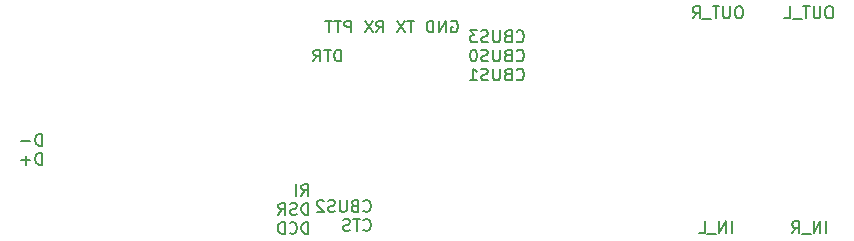
<source format=gbr>
%TF.GenerationSoftware,KiCad,Pcbnew,6.0.11-2627ca5db0~126~ubuntu20.04.1*%
%TF.CreationDate,2023-10-30T14:57:03+01:00*%
%TF.ProjectId,usb-interface,7573622d-696e-4746-9572-666163652e6b,rev?*%
%TF.SameCoordinates,Original*%
%TF.FileFunction,Paste,Bot*%
%TF.FilePolarity,Positive*%
%FSLAX46Y46*%
G04 Gerber Fmt 4.6, Leading zero omitted, Abs format (unit mm)*
G04 Created by KiCad (PCBNEW 6.0.11-2627ca5db0~126~ubuntu20.04.1) date 2023-10-30 14:57:03*
%MOMM*%
%LPD*%
G01*
G04 APERTURE LIST*
%ADD10C,0.150000*%
G04 APERTURE END LIST*
D10*
X55342976Y-89902142D02*
X55390595Y-89949761D01*
X55533452Y-89997380D01*
X55628690Y-89997380D01*
X55771547Y-89949761D01*
X55866785Y-89854523D01*
X55914404Y-89759285D01*
X55962023Y-89568809D01*
X55962023Y-89425952D01*
X55914404Y-89235476D01*
X55866785Y-89140238D01*
X55771547Y-89045000D01*
X55628690Y-88997380D01*
X55533452Y-88997380D01*
X55390595Y-89045000D01*
X55342976Y-89092619D01*
X54581071Y-89473571D02*
X54438214Y-89521190D01*
X54390595Y-89568809D01*
X54342976Y-89664047D01*
X54342976Y-89806904D01*
X54390595Y-89902142D01*
X54438214Y-89949761D01*
X54533452Y-89997380D01*
X54914404Y-89997380D01*
X54914404Y-88997380D01*
X54581071Y-88997380D01*
X54485833Y-89045000D01*
X54438214Y-89092619D01*
X54390595Y-89187857D01*
X54390595Y-89283095D01*
X54438214Y-89378333D01*
X54485833Y-89425952D01*
X54581071Y-89473571D01*
X54914404Y-89473571D01*
X53914404Y-88997380D02*
X53914404Y-89806904D01*
X53866785Y-89902142D01*
X53819166Y-89949761D01*
X53723928Y-89997380D01*
X53533452Y-89997380D01*
X53438214Y-89949761D01*
X53390595Y-89902142D01*
X53342976Y-89806904D01*
X53342976Y-88997380D01*
X52914404Y-89949761D02*
X52771547Y-89997380D01*
X52533452Y-89997380D01*
X52438214Y-89949761D01*
X52390595Y-89902142D01*
X52342976Y-89806904D01*
X52342976Y-89711666D01*
X52390595Y-89616428D01*
X52438214Y-89568809D01*
X52533452Y-89521190D01*
X52723928Y-89473571D01*
X52819166Y-89425952D01*
X52866785Y-89378333D01*
X52914404Y-89283095D01*
X52914404Y-89187857D01*
X52866785Y-89092619D01*
X52819166Y-89045000D01*
X52723928Y-88997380D01*
X52485833Y-88997380D01*
X52342976Y-89045000D01*
X51962023Y-89092619D02*
X51914404Y-89045000D01*
X51819166Y-88997380D01*
X51581071Y-88997380D01*
X51485833Y-89045000D01*
X51438214Y-89092619D01*
X51390595Y-89187857D01*
X51390595Y-89283095D01*
X51438214Y-89425952D01*
X52009642Y-89997380D01*
X51390595Y-89997380D01*
X55342976Y-91512142D02*
X55390595Y-91559761D01*
X55533452Y-91607380D01*
X55628690Y-91607380D01*
X55771547Y-91559761D01*
X55866785Y-91464523D01*
X55914404Y-91369285D01*
X55962023Y-91178809D01*
X55962023Y-91035952D01*
X55914404Y-90845476D01*
X55866785Y-90750238D01*
X55771547Y-90655000D01*
X55628690Y-90607380D01*
X55533452Y-90607380D01*
X55390595Y-90655000D01*
X55342976Y-90702619D01*
X55057261Y-90607380D02*
X54485833Y-90607380D01*
X54771547Y-91607380D02*
X54771547Y-90607380D01*
X54200119Y-91559761D02*
X54057261Y-91607380D01*
X53819166Y-91607380D01*
X53723928Y-91559761D01*
X53676309Y-91512142D01*
X53628690Y-91416904D01*
X53628690Y-91321666D01*
X53676309Y-91226428D01*
X53723928Y-91178809D01*
X53819166Y-91131190D01*
X54009642Y-91083571D01*
X54104880Y-91035952D01*
X54152500Y-90988333D01*
X54200119Y-90893095D01*
X54200119Y-90797857D01*
X54152500Y-90702619D01*
X54104880Y-90655000D01*
X54009642Y-90607380D01*
X53771547Y-90607380D01*
X53628690Y-90655000D01*
X50092976Y-88642380D02*
X50426309Y-88166190D01*
X50664404Y-88642380D02*
X50664404Y-87642380D01*
X50283452Y-87642380D01*
X50188214Y-87690000D01*
X50140595Y-87737619D01*
X50092976Y-87832857D01*
X50092976Y-87975714D01*
X50140595Y-88070952D01*
X50188214Y-88118571D01*
X50283452Y-88166190D01*
X50664404Y-88166190D01*
X49664404Y-88642380D02*
X49664404Y-87642380D01*
X50664404Y-90252380D02*
X50664404Y-89252380D01*
X50426309Y-89252380D01*
X50283452Y-89300000D01*
X50188214Y-89395238D01*
X50140595Y-89490476D01*
X50092976Y-89680952D01*
X50092976Y-89823809D01*
X50140595Y-90014285D01*
X50188214Y-90109523D01*
X50283452Y-90204761D01*
X50426309Y-90252380D01*
X50664404Y-90252380D01*
X49712023Y-90204761D02*
X49569166Y-90252380D01*
X49331071Y-90252380D01*
X49235833Y-90204761D01*
X49188214Y-90157142D01*
X49140595Y-90061904D01*
X49140595Y-89966666D01*
X49188214Y-89871428D01*
X49235833Y-89823809D01*
X49331071Y-89776190D01*
X49521547Y-89728571D01*
X49616785Y-89680952D01*
X49664404Y-89633333D01*
X49712023Y-89538095D01*
X49712023Y-89442857D01*
X49664404Y-89347619D01*
X49616785Y-89300000D01*
X49521547Y-89252380D01*
X49283452Y-89252380D01*
X49140595Y-89300000D01*
X48140595Y-90252380D02*
X48473928Y-89776190D01*
X48712023Y-90252380D02*
X48712023Y-89252380D01*
X48331071Y-89252380D01*
X48235833Y-89300000D01*
X48188214Y-89347619D01*
X48140595Y-89442857D01*
X48140595Y-89585714D01*
X48188214Y-89680952D01*
X48235833Y-89728571D01*
X48331071Y-89776190D01*
X48712023Y-89776190D01*
X50664404Y-91862380D02*
X50664404Y-90862380D01*
X50426309Y-90862380D01*
X50283452Y-90910000D01*
X50188214Y-91005238D01*
X50140595Y-91100476D01*
X50092976Y-91290952D01*
X50092976Y-91433809D01*
X50140595Y-91624285D01*
X50188214Y-91719523D01*
X50283452Y-91814761D01*
X50426309Y-91862380D01*
X50664404Y-91862380D01*
X49092976Y-91767142D02*
X49140595Y-91814761D01*
X49283452Y-91862380D01*
X49378690Y-91862380D01*
X49521547Y-91814761D01*
X49616785Y-91719523D01*
X49664404Y-91624285D01*
X49712023Y-91433809D01*
X49712023Y-91290952D01*
X49664404Y-91100476D01*
X49616785Y-91005238D01*
X49521547Y-90910000D01*
X49378690Y-90862380D01*
X49283452Y-90862380D01*
X49140595Y-90910000D01*
X49092976Y-90957619D01*
X48664404Y-91862380D02*
X48664404Y-90862380D01*
X48426309Y-90862380D01*
X48283452Y-90910000D01*
X48188214Y-91005238D01*
X48140595Y-91100476D01*
X48092976Y-91290952D01*
X48092976Y-91433809D01*
X48140595Y-91624285D01*
X48188214Y-91719523D01*
X48283452Y-91814761D01*
X48426309Y-91862380D01*
X48664404Y-91862380D01*
X94504761Y-91808093D02*
X94504761Y-90808093D01*
X94028571Y-91808093D02*
X94028571Y-90808093D01*
X93457142Y-91808093D01*
X93457142Y-90808093D01*
X93219047Y-91903332D02*
X92457142Y-91903332D01*
X91647619Y-91808093D02*
X91980952Y-91331903D01*
X92219047Y-91808093D02*
X92219047Y-90808093D01*
X91838095Y-90808093D01*
X91742857Y-90855713D01*
X91695238Y-90903332D01*
X91647619Y-90998570D01*
X91647619Y-91141427D01*
X91695238Y-91236665D01*
X91742857Y-91284284D01*
X91838095Y-91331903D01*
X92219047Y-91331903D01*
X87230952Y-72608093D02*
X87040476Y-72608093D01*
X86945238Y-72655713D01*
X86850000Y-72750951D01*
X86802380Y-72941427D01*
X86802380Y-73274760D01*
X86850000Y-73465236D01*
X86945238Y-73560474D01*
X87040476Y-73608093D01*
X87230952Y-73608093D01*
X87326190Y-73560474D01*
X87421428Y-73465236D01*
X87469047Y-73274760D01*
X87469047Y-72941427D01*
X87421428Y-72750951D01*
X87326190Y-72655713D01*
X87230952Y-72608093D01*
X86373809Y-72608093D02*
X86373809Y-73417617D01*
X86326190Y-73512855D01*
X86278571Y-73560474D01*
X86183333Y-73608093D01*
X85992857Y-73608093D01*
X85897619Y-73560474D01*
X85850000Y-73512855D01*
X85802380Y-73417617D01*
X85802380Y-72608093D01*
X85469047Y-72608093D02*
X84897619Y-72608093D01*
X85183333Y-73608093D02*
X85183333Y-72608093D01*
X84802380Y-73703332D02*
X84040476Y-73703332D01*
X83230952Y-73608093D02*
X83564285Y-73131903D01*
X83802380Y-73608093D02*
X83802380Y-72608093D01*
X83421428Y-72608093D01*
X83326190Y-72655713D01*
X83278571Y-72703332D01*
X83230952Y-72798570D01*
X83230952Y-72941427D01*
X83278571Y-73036665D01*
X83326190Y-73084284D01*
X83421428Y-73131903D01*
X83802380Y-73131903D01*
X62780952Y-73850000D02*
X62876190Y-73802380D01*
X63019047Y-73802380D01*
X63161904Y-73850000D01*
X63257142Y-73945238D01*
X63304761Y-74040476D01*
X63352380Y-74230952D01*
X63352380Y-74373809D01*
X63304761Y-74564285D01*
X63257142Y-74659523D01*
X63161904Y-74754761D01*
X63019047Y-74802380D01*
X62923809Y-74802380D01*
X62780952Y-74754761D01*
X62733333Y-74707142D01*
X62733333Y-74373809D01*
X62923809Y-74373809D01*
X62304761Y-74802380D02*
X62304761Y-73802380D01*
X61733333Y-74802380D01*
X61733333Y-73802380D01*
X61257142Y-74802380D02*
X61257142Y-73802380D01*
X61019047Y-73802380D01*
X60876190Y-73850000D01*
X60780952Y-73945238D01*
X60733333Y-74040476D01*
X60685714Y-74230952D01*
X60685714Y-74373809D01*
X60733333Y-74564285D01*
X60780952Y-74659523D01*
X60876190Y-74754761D01*
X61019047Y-74802380D01*
X61257142Y-74802380D01*
X59638095Y-73802380D02*
X59066666Y-73802380D01*
X59352380Y-74802380D02*
X59352380Y-73802380D01*
X58828571Y-73802380D02*
X58161904Y-74802380D01*
X58161904Y-73802380D02*
X58828571Y-74802380D01*
X56447619Y-74802380D02*
X56780952Y-74326190D01*
X57019047Y-74802380D02*
X57019047Y-73802380D01*
X56638095Y-73802380D01*
X56542857Y-73850000D01*
X56495238Y-73897619D01*
X56447619Y-73992857D01*
X56447619Y-74135714D01*
X56495238Y-74230952D01*
X56542857Y-74278571D01*
X56638095Y-74326190D01*
X57019047Y-74326190D01*
X56114285Y-73802380D02*
X55447619Y-74802380D01*
X55447619Y-73802380D02*
X56114285Y-74802380D01*
X54304761Y-74802380D02*
X54304761Y-73802380D01*
X53923809Y-73802380D01*
X53828571Y-73850000D01*
X53780952Y-73897619D01*
X53733333Y-73992857D01*
X53733333Y-74135714D01*
X53780952Y-74230952D01*
X53828571Y-74278571D01*
X53923809Y-74326190D01*
X54304761Y-74326190D01*
X53447619Y-73802380D02*
X52876190Y-73802380D01*
X53161904Y-74802380D02*
X53161904Y-73802380D01*
X52685714Y-73802380D02*
X52114285Y-73802380D01*
X52400000Y-74802380D02*
X52400000Y-73802380D01*
X94885714Y-72608093D02*
X94695238Y-72608093D01*
X94600000Y-72655713D01*
X94504761Y-72750951D01*
X94457142Y-72941427D01*
X94457142Y-73274760D01*
X94504761Y-73465236D01*
X94600000Y-73560474D01*
X94695238Y-73608093D01*
X94885714Y-73608093D01*
X94980952Y-73560474D01*
X95076190Y-73465236D01*
X95123809Y-73274760D01*
X95123809Y-72941427D01*
X95076190Y-72750951D01*
X94980952Y-72655713D01*
X94885714Y-72608093D01*
X94028571Y-72608093D02*
X94028571Y-73417617D01*
X93980952Y-73512855D01*
X93933333Y-73560474D01*
X93838095Y-73608093D01*
X93647619Y-73608093D01*
X93552380Y-73560474D01*
X93504761Y-73512855D01*
X93457142Y-73417617D01*
X93457142Y-72608093D01*
X93123809Y-72608093D02*
X92552380Y-72608093D01*
X92838095Y-73608093D02*
X92838095Y-72608093D01*
X92457142Y-73703332D02*
X91695238Y-73703332D01*
X90980952Y-73608093D02*
X91457142Y-73608093D01*
X91457142Y-72608093D01*
X68316666Y-75547142D02*
X68364285Y-75594761D01*
X68507142Y-75642380D01*
X68602380Y-75642380D01*
X68745238Y-75594761D01*
X68840476Y-75499523D01*
X68888095Y-75404285D01*
X68935714Y-75213809D01*
X68935714Y-75070952D01*
X68888095Y-74880476D01*
X68840476Y-74785238D01*
X68745238Y-74690000D01*
X68602380Y-74642380D01*
X68507142Y-74642380D01*
X68364285Y-74690000D01*
X68316666Y-74737619D01*
X67554761Y-75118571D02*
X67411904Y-75166190D01*
X67364285Y-75213809D01*
X67316666Y-75309047D01*
X67316666Y-75451904D01*
X67364285Y-75547142D01*
X67411904Y-75594761D01*
X67507142Y-75642380D01*
X67888095Y-75642380D01*
X67888095Y-74642380D01*
X67554761Y-74642380D01*
X67459523Y-74690000D01*
X67411904Y-74737619D01*
X67364285Y-74832857D01*
X67364285Y-74928095D01*
X67411904Y-75023333D01*
X67459523Y-75070952D01*
X67554761Y-75118571D01*
X67888095Y-75118571D01*
X66888095Y-74642380D02*
X66888095Y-75451904D01*
X66840476Y-75547142D01*
X66792857Y-75594761D01*
X66697619Y-75642380D01*
X66507142Y-75642380D01*
X66411904Y-75594761D01*
X66364285Y-75547142D01*
X66316666Y-75451904D01*
X66316666Y-74642380D01*
X65888095Y-75594761D02*
X65745238Y-75642380D01*
X65507142Y-75642380D01*
X65411904Y-75594761D01*
X65364285Y-75547142D01*
X65316666Y-75451904D01*
X65316666Y-75356666D01*
X65364285Y-75261428D01*
X65411904Y-75213809D01*
X65507142Y-75166190D01*
X65697619Y-75118571D01*
X65792857Y-75070952D01*
X65840476Y-75023333D01*
X65888095Y-74928095D01*
X65888095Y-74832857D01*
X65840476Y-74737619D01*
X65792857Y-74690000D01*
X65697619Y-74642380D01*
X65459523Y-74642380D01*
X65316666Y-74690000D01*
X64983333Y-74642380D02*
X64364285Y-74642380D01*
X64697619Y-75023333D01*
X64554761Y-75023333D01*
X64459523Y-75070952D01*
X64411904Y-75118571D01*
X64364285Y-75213809D01*
X64364285Y-75451904D01*
X64411904Y-75547142D01*
X64459523Y-75594761D01*
X64554761Y-75642380D01*
X64840476Y-75642380D01*
X64935714Y-75594761D01*
X64983333Y-75547142D01*
X68316666Y-77157142D02*
X68364285Y-77204761D01*
X68507142Y-77252380D01*
X68602380Y-77252380D01*
X68745238Y-77204761D01*
X68840476Y-77109523D01*
X68888095Y-77014285D01*
X68935714Y-76823809D01*
X68935714Y-76680952D01*
X68888095Y-76490476D01*
X68840476Y-76395238D01*
X68745238Y-76300000D01*
X68602380Y-76252380D01*
X68507142Y-76252380D01*
X68364285Y-76300000D01*
X68316666Y-76347619D01*
X67554761Y-76728571D02*
X67411904Y-76776190D01*
X67364285Y-76823809D01*
X67316666Y-76919047D01*
X67316666Y-77061904D01*
X67364285Y-77157142D01*
X67411904Y-77204761D01*
X67507142Y-77252380D01*
X67888095Y-77252380D01*
X67888095Y-76252380D01*
X67554761Y-76252380D01*
X67459523Y-76300000D01*
X67411904Y-76347619D01*
X67364285Y-76442857D01*
X67364285Y-76538095D01*
X67411904Y-76633333D01*
X67459523Y-76680952D01*
X67554761Y-76728571D01*
X67888095Y-76728571D01*
X66888095Y-76252380D02*
X66888095Y-77061904D01*
X66840476Y-77157142D01*
X66792857Y-77204761D01*
X66697619Y-77252380D01*
X66507142Y-77252380D01*
X66411904Y-77204761D01*
X66364285Y-77157142D01*
X66316666Y-77061904D01*
X66316666Y-76252380D01*
X65888095Y-77204761D02*
X65745238Y-77252380D01*
X65507142Y-77252380D01*
X65411904Y-77204761D01*
X65364285Y-77157142D01*
X65316666Y-77061904D01*
X65316666Y-76966666D01*
X65364285Y-76871428D01*
X65411904Y-76823809D01*
X65507142Y-76776190D01*
X65697619Y-76728571D01*
X65792857Y-76680952D01*
X65840476Y-76633333D01*
X65888095Y-76538095D01*
X65888095Y-76442857D01*
X65840476Y-76347619D01*
X65792857Y-76300000D01*
X65697619Y-76252380D01*
X65459523Y-76252380D01*
X65316666Y-76300000D01*
X64697619Y-76252380D02*
X64602380Y-76252380D01*
X64507142Y-76300000D01*
X64459523Y-76347619D01*
X64411904Y-76442857D01*
X64364285Y-76633333D01*
X64364285Y-76871428D01*
X64411904Y-77061904D01*
X64459523Y-77157142D01*
X64507142Y-77204761D01*
X64602380Y-77252380D01*
X64697619Y-77252380D01*
X64792857Y-77204761D01*
X64840476Y-77157142D01*
X64888095Y-77061904D01*
X64935714Y-76871428D01*
X64935714Y-76633333D01*
X64888095Y-76442857D01*
X64840476Y-76347619D01*
X64792857Y-76300000D01*
X64697619Y-76252380D01*
X68316666Y-78767142D02*
X68364285Y-78814761D01*
X68507142Y-78862380D01*
X68602380Y-78862380D01*
X68745238Y-78814761D01*
X68840476Y-78719523D01*
X68888095Y-78624285D01*
X68935714Y-78433809D01*
X68935714Y-78290952D01*
X68888095Y-78100476D01*
X68840476Y-78005238D01*
X68745238Y-77910000D01*
X68602380Y-77862380D01*
X68507142Y-77862380D01*
X68364285Y-77910000D01*
X68316666Y-77957619D01*
X67554761Y-78338571D02*
X67411904Y-78386190D01*
X67364285Y-78433809D01*
X67316666Y-78529047D01*
X67316666Y-78671904D01*
X67364285Y-78767142D01*
X67411904Y-78814761D01*
X67507142Y-78862380D01*
X67888095Y-78862380D01*
X67888095Y-77862380D01*
X67554761Y-77862380D01*
X67459523Y-77910000D01*
X67411904Y-77957619D01*
X67364285Y-78052857D01*
X67364285Y-78148095D01*
X67411904Y-78243333D01*
X67459523Y-78290952D01*
X67554761Y-78338571D01*
X67888095Y-78338571D01*
X66888095Y-77862380D02*
X66888095Y-78671904D01*
X66840476Y-78767142D01*
X66792857Y-78814761D01*
X66697619Y-78862380D01*
X66507142Y-78862380D01*
X66411904Y-78814761D01*
X66364285Y-78767142D01*
X66316666Y-78671904D01*
X66316666Y-77862380D01*
X65888095Y-78814761D02*
X65745238Y-78862380D01*
X65507142Y-78862380D01*
X65411904Y-78814761D01*
X65364285Y-78767142D01*
X65316666Y-78671904D01*
X65316666Y-78576666D01*
X65364285Y-78481428D01*
X65411904Y-78433809D01*
X65507142Y-78386190D01*
X65697619Y-78338571D01*
X65792857Y-78290952D01*
X65840476Y-78243333D01*
X65888095Y-78148095D01*
X65888095Y-78052857D01*
X65840476Y-77957619D01*
X65792857Y-77910000D01*
X65697619Y-77862380D01*
X65459523Y-77862380D01*
X65316666Y-77910000D01*
X64364285Y-78862380D02*
X64935714Y-78862380D01*
X64650000Y-78862380D02*
X64650000Y-77862380D01*
X64745238Y-78005238D01*
X64840476Y-78100476D01*
X64935714Y-78148095D01*
X53442857Y-77252380D02*
X53442857Y-76252380D01*
X53204761Y-76252380D01*
X53061904Y-76300000D01*
X52966666Y-76395238D01*
X52919047Y-76490476D01*
X52871428Y-76680952D01*
X52871428Y-76823809D01*
X52919047Y-77014285D01*
X52966666Y-77109523D01*
X53061904Y-77204761D01*
X53204761Y-77252380D01*
X53442857Y-77252380D01*
X52585714Y-76252380D02*
X52014285Y-76252380D01*
X52300000Y-77252380D02*
X52300000Y-76252380D01*
X51109523Y-77252380D02*
X51442857Y-76776190D01*
X51680952Y-77252380D02*
X51680952Y-76252380D01*
X51300000Y-76252380D01*
X51204761Y-76300000D01*
X51157142Y-76347619D01*
X51109523Y-76442857D01*
X51109523Y-76585714D01*
X51157142Y-76680952D01*
X51204761Y-76728571D01*
X51300000Y-76776190D01*
X51680952Y-76776190D01*
X28130952Y-84397380D02*
X28130952Y-83397380D01*
X27892857Y-83397380D01*
X27750000Y-83445000D01*
X27654761Y-83540238D01*
X27607142Y-83635476D01*
X27559523Y-83825952D01*
X27559523Y-83968809D01*
X27607142Y-84159285D01*
X27654761Y-84254523D01*
X27750000Y-84349761D01*
X27892857Y-84397380D01*
X28130952Y-84397380D01*
X27130952Y-84016428D02*
X26369047Y-84016428D01*
X28130952Y-86007380D02*
X28130952Y-85007380D01*
X27892857Y-85007380D01*
X27750000Y-85055000D01*
X27654761Y-85150238D01*
X27607142Y-85245476D01*
X27559523Y-85435952D01*
X27559523Y-85578809D01*
X27607142Y-85769285D01*
X27654761Y-85864523D01*
X27750000Y-85959761D01*
X27892857Y-86007380D01*
X28130952Y-86007380D01*
X27130952Y-85626428D02*
X26369047Y-85626428D01*
X26750000Y-86007380D02*
X26750000Y-85245476D01*
X86509523Y-91808093D02*
X86509523Y-90808093D01*
X86033333Y-91808093D02*
X86033333Y-90808093D01*
X85461904Y-91808093D01*
X85461904Y-90808093D01*
X85223809Y-91903332D02*
X84461904Y-91903332D01*
X83747619Y-91808093D02*
X84223809Y-91808093D01*
X84223809Y-90808093D01*
M02*

</source>
